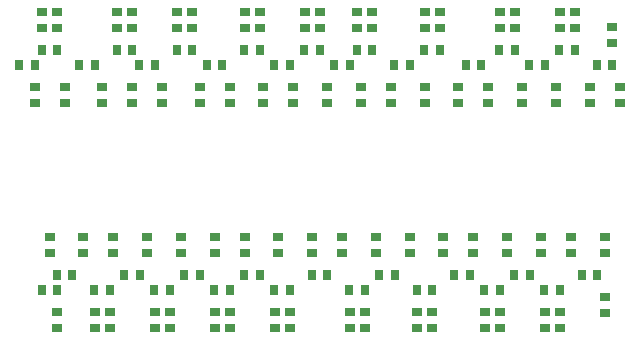
<source format=gtp>
G75*
%MOIN*%
%OFA0B0*%
%FSLAX25Y25*%
%IPPOS*%
%LPD*%
%AMOC8*
5,1,8,0,0,1.08239X$1,22.5*
%
%ADD10R,0.03543X0.02756*%
%ADD11R,0.02756X0.03543*%
D10*
X0066800Y0024241D03*
X0066800Y0029359D03*
X0079300Y0029359D03*
X0084300Y0029359D03*
X0084300Y0024241D03*
X0079300Y0024241D03*
X0099300Y0024241D03*
X0104300Y0024241D03*
X0104300Y0029359D03*
X0099300Y0029359D03*
X0119300Y0029359D03*
X0124300Y0029359D03*
X0124300Y0024241D03*
X0119300Y0024241D03*
X0139300Y0024241D03*
X0144300Y0024241D03*
X0144300Y0029359D03*
X0139300Y0029359D03*
X0164300Y0029359D03*
X0169300Y0029359D03*
X0169300Y0024241D03*
X0164300Y0024241D03*
X0186800Y0024241D03*
X0191800Y0024241D03*
X0191800Y0029359D03*
X0186800Y0029359D03*
X0209300Y0029359D03*
X0214300Y0029359D03*
X0214300Y0024241D03*
X0209300Y0024241D03*
X0229300Y0024241D03*
X0234300Y0024241D03*
X0234300Y0029359D03*
X0229300Y0029359D03*
X0249300Y0029241D03*
X0249300Y0034359D03*
X0249300Y0049241D03*
X0249300Y0054359D03*
X0238050Y0054359D03*
X0238050Y0049241D03*
X0228050Y0049241D03*
X0228050Y0054359D03*
X0216800Y0054359D03*
X0216800Y0049241D03*
X0205550Y0049241D03*
X0205550Y0054359D03*
X0195550Y0054359D03*
X0195550Y0049241D03*
X0184300Y0049241D03*
X0184300Y0054359D03*
X0173050Y0054359D03*
X0173050Y0049241D03*
X0161800Y0049241D03*
X0161800Y0054359D03*
X0151800Y0054359D03*
X0151800Y0049241D03*
X0140550Y0049241D03*
X0140550Y0054359D03*
X0129300Y0054359D03*
X0129300Y0049241D03*
X0119300Y0049241D03*
X0119300Y0054359D03*
X0108050Y0054359D03*
X0108050Y0049241D03*
X0096800Y0049241D03*
X0096800Y0054359D03*
X0085550Y0054359D03*
X0085550Y0049241D03*
X0075550Y0049241D03*
X0075550Y0054359D03*
X0064300Y0054359D03*
X0064300Y0049241D03*
X0059300Y0099241D03*
X0059300Y0104359D03*
X0069300Y0104359D03*
X0069300Y0099241D03*
X0081800Y0099241D03*
X0081800Y0104359D03*
X0091800Y0104359D03*
X0091800Y0099241D03*
X0101800Y0099241D03*
X0101800Y0104359D03*
X0114300Y0104359D03*
X0114300Y0099241D03*
X0124300Y0099241D03*
X0124300Y0104359D03*
X0135550Y0104359D03*
X0135550Y0099241D03*
X0145550Y0099241D03*
X0145550Y0104359D03*
X0156800Y0104359D03*
X0156800Y0099241D03*
X0168050Y0099241D03*
X0168050Y0104359D03*
X0178050Y0104359D03*
X0178050Y0099241D03*
X0189300Y0099241D03*
X0189300Y0104359D03*
X0200550Y0104359D03*
X0200550Y0099241D03*
X0210550Y0099241D03*
X0210550Y0104359D03*
X0221800Y0104359D03*
X0221800Y0099241D03*
X0233050Y0099241D03*
X0233050Y0104359D03*
X0244300Y0104359D03*
X0244300Y0099241D03*
X0254300Y0099241D03*
X0254300Y0104359D03*
X0251800Y0119241D03*
X0251800Y0124359D03*
X0239300Y0124241D03*
X0234300Y0124241D03*
X0234300Y0129359D03*
X0239300Y0129359D03*
X0219300Y0129359D03*
X0214300Y0129359D03*
X0214300Y0124241D03*
X0219300Y0124241D03*
X0194300Y0124241D03*
X0189300Y0124241D03*
X0189300Y0129359D03*
X0194300Y0129359D03*
X0171800Y0129359D03*
X0166800Y0129359D03*
X0166800Y0124241D03*
X0171800Y0124241D03*
X0154300Y0124241D03*
X0149300Y0124241D03*
X0149300Y0129359D03*
X0154300Y0129359D03*
X0134300Y0129359D03*
X0129300Y0129359D03*
X0129300Y0124241D03*
X0134300Y0124241D03*
X0111800Y0124241D03*
X0106800Y0124241D03*
X0106800Y0129359D03*
X0111800Y0129359D03*
X0091800Y0129359D03*
X0086800Y0129359D03*
X0086800Y0124241D03*
X0091800Y0124241D03*
X0066800Y0124241D03*
X0061800Y0124241D03*
X0061800Y0129359D03*
X0066800Y0129359D03*
D11*
X0066859Y0116800D03*
X0061741Y0116800D03*
X0059359Y0111800D03*
X0054241Y0111800D03*
X0074241Y0111800D03*
X0079359Y0111800D03*
X0086741Y0116800D03*
X0091859Y0116800D03*
X0094241Y0111800D03*
X0099359Y0111800D03*
X0106741Y0116800D03*
X0111859Y0116800D03*
X0116741Y0111800D03*
X0121859Y0111800D03*
X0129241Y0116800D03*
X0134359Y0116800D03*
X0139241Y0111800D03*
X0144359Y0111800D03*
X0149241Y0116800D03*
X0154359Y0116800D03*
X0159241Y0111800D03*
X0164359Y0111800D03*
X0166741Y0116800D03*
X0171859Y0116800D03*
X0179241Y0111800D03*
X0184359Y0111800D03*
X0189241Y0116800D03*
X0194359Y0116800D03*
X0202991Y0111800D03*
X0208109Y0111800D03*
X0214241Y0116800D03*
X0219359Y0116800D03*
X0224241Y0111800D03*
X0229359Y0111800D03*
X0234241Y0116800D03*
X0239359Y0116800D03*
X0246741Y0111800D03*
X0251859Y0111800D03*
X0246859Y0041800D03*
X0241741Y0041800D03*
X0234359Y0036800D03*
X0229241Y0036800D03*
X0224359Y0041800D03*
X0219241Y0041800D03*
X0214359Y0036800D03*
X0209241Y0036800D03*
X0204359Y0041800D03*
X0199241Y0041800D03*
X0191859Y0036800D03*
X0186741Y0036800D03*
X0179359Y0041800D03*
X0174241Y0041800D03*
X0169359Y0036800D03*
X0164241Y0036800D03*
X0156859Y0041800D03*
X0151741Y0041800D03*
X0144359Y0036800D03*
X0139241Y0036800D03*
X0134359Y0041800D03*
X0129241Y0041800D03*
X0124359Y0036800D03*
X0119241Y0036800D03*
X0114359Y0041800D03*
X0109241Y0041800D03*
X0104359Y0036800D03*
X0099241Y0036800D03*
X0094359Y0041800D03*
X0089241Y0041800D03*
X0084359Y0036800D03*
X0079241Y0036800D03*
X0071859Y0041800D03*
X0066741Y0041800D03*
X0066859Y0036800D03*
X0061741Y0036800D03*
M02*

</source>
